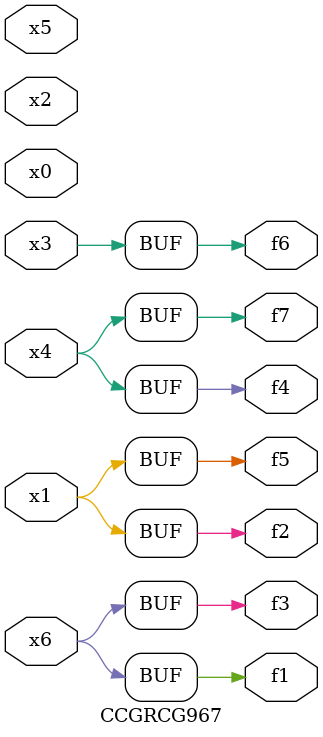
<source format=v>
module CCGRCG967(
	input x0, x1, x2, x3, x4, x5, x6,
	output f1, f2, f3, f4, f5, f6, f7
);
	assign f1 = x6;
	assign f2 = x1;
	assign f3 = x6;
	assign f4 = x4;
	assign f5 = x1;
	assign f6 = x3;
	assign f7 = x4;
endmodule

</source>
